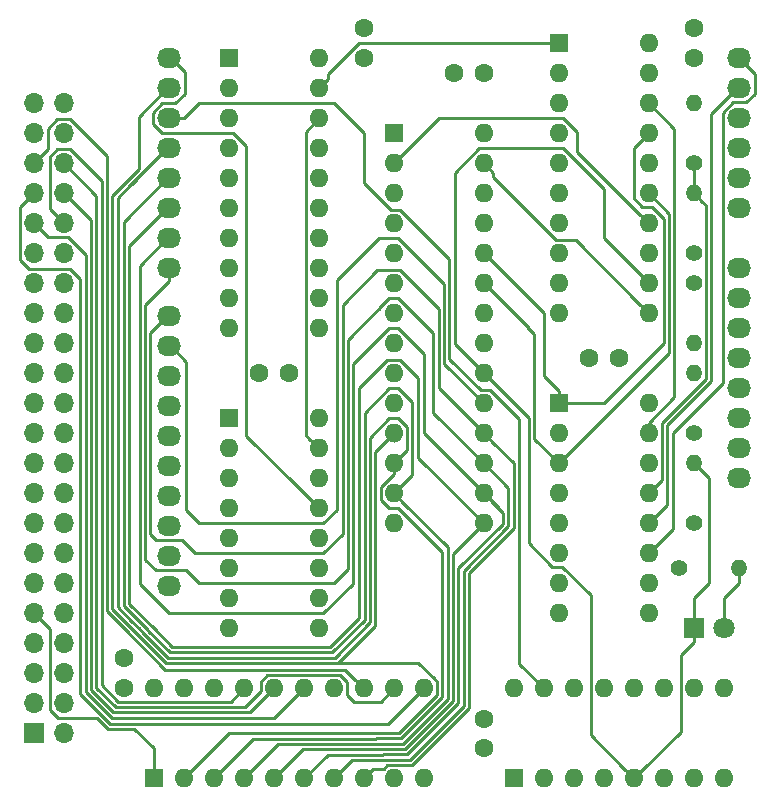
<source format=gbr>
G04 #@! TF.GenerationSoftware,KiCad,Pcbnew,(5.1.2)-2*
G04 #@! TF.CreationDate,2019-08-10T21:31:32+12:00*
G04 #@! TF.ProjectId,APEDSK-AU,41504544-534b-42d4-9155-2e6b69636164,rev?*
G04 #@! TF.SameCoordinates,Original*
G04 #@! TF.FileFunction,Copper,L1,Top*
G04 #@! TF.FilePolarity,Positive*
%FSLAX46Y46*%
G04 Gerber Fmt 4.6, Leading zero omitted, Abs format (unit mm)*
G04 Created by KiCad (PCBNEW (5.1.2)-2) date 2019-08-10 21:31:32*
%MOMM*%
%LPD*%
G04 APERTURE LIST*
%ADD10O,1.600000X1.600000*%
%ADD11R,1.600000X1.600000*%
%ADD12O,1.700000X1.700000*%
%ADD13R,1.700000X1.700000*%
%ADD14C,1.600000*%
%ADD15O,1.400000X1.400000*%
%ADD16C,1.400000*%
%ADD17O,2.032000X1.727200*%
%ADD18C,1.800000*%
%ADD19R,1.800000X1.800000*%
%ADD20C,0.250000*%
G04 APERTURE END LIST*
D10*
X152908000Y-126365000D03*
X170688000Y-133985000D03*
X155448000Y-126365000D03*
X168148000Y-133985000D03*
X157988000Y-126365000D03*
X165608000Y-133985000D03*
X160528000Y-126365000D03*
X163068000Y-133985000D03*
X163068000Y-126365000D03*
X160528000Y-133985000D03*
X165608000Y-126365000D03*
X157988000Y-133985000D03*
X168148000Y-126365000D03*
X155448000Y-133985000D03*
X170688000Y-126365000D03*
D11*
X152908000Y-133985000D03*
D12*
X114808000Y-76835000D03*
X112268000Y-76835000D03*
X114808000Y-79375000D03*
X112268000Y-79375000D03*
X114808000Y-81915000D03*
X112268000Y-81915000D03*
X114808000Y-84455000D03*
X112268000Y-84455000D03*
X114808000Y-86995000D03*
X112268000Y-86995000D03*
X114808000Y-89535000D03*
X112268000Y-89535000D03*
X114808000Y-92075000D03*
X112268000Y-92075000D03*
X114808000Y-94615000D03*
X112268000Y-94615000D03*
X114808000Y-97155000D03*
X112268000Y-97155000D03*
X114808000Y-99695000D03*
X112268000Y-99695000D03*
X114808000Y-102235000D03*
X112268000Y-102235000D03*
X114808000Y-104775000D03*
X112268000Y-104775000D03*
X114808000Y-107315000D03*
X112268000Y-107315000D03*
X114808000Y-109855000D03*
X112268000Y-109855000D03*
X114808000Y-112395000D03*
X112268000Y-112395000D03*
X114808000Y-114935000D03*
X112268000Y-114935000D03*
X114808000Y-117475000D03*
X112268000Y-117475000D03*
X114808000Y-120015000D03*
X112268000Y-120015000D03*
X114808000Y-122555000D03*
X112268000Y-122555000D03*
X114808000Y-125095000D03*
X112268000Y-125095000D03*
X114808000Y-127635000D03*
X112268000Y-127635000D03*
X114808000Y-130175000D03*
D13*
X112268000Y-130175000D03*
D10*
X122428000Y-126365000D03*
X145288000Y-133985000D03*
X124968000Y-126365000D03*
X142748000Y-133985000D03*
X127508000Y-126365000D03*
X140208000Y-133985000D03*
X130048000Y-126365000D03*
X137668000Y-133985000D03*
X132588000Y-126365000D03*
X135128000Y-133985000D03*
X135128000Y-126365000D03*
X132588000Y-133985000D03*
X137668000Y-126365000D03*
X130048000Y-133985000D03*
X140208000Y-126365000D03*
X127508000Y-133985000D03*
X142748000Y-126365000D03*
X124968000Y-133985000D03*
X145288000Y-126365000D03*
D11*
X122428000Y-133985000D03*
D14*
X119888000Y-123825000D03*
X119888000Y-126325000D03*
D15*
X168148000Y-76835000D03*
D16*
X168148000Y-81915000D03*
D10*
X136398000Y-73025000D03*
X128778000Y-95885000D03*
X136398000Y-75565000D03*
X128778000Y-93345000D03*
X136398000Y-78105000D03*
X128778000Y-90805000D03*
X136398000Y-80645000D03*
X128778000Y-88265000D03*
X136398000Y-83185000D03*
X128778000Y-85725000D03*
X136398000Y-85725000D03*
X128778000Y-83185000D03*
X136398000Y-88265000D03*
X128778000Y-80645000D03*
X136398000Y-90805000D03*
X128778000Y-78105000D03*
X136398000Y-93345000D03*
X128778000Y-75565000D03*
X136398000Y-95885000D03*
D11*
X128778000Y-73025000D03*
D10*
X136398000Y-103505000D03*
X128778000Y-121285000D03*
X136398000Y-106045000D03*
X128778000Y-118745000D03*
X136398000Y-108585000D03*
X128778000Y-116205000D03*
X136398000Y-111125000D03*
X128778000Y-113665000D03*
X136398000Y-113665000D03*
X128778000Y-111125000D03*
X136398000Y-116205000D03*
X128778000Y-108585000D03*
X136398000Y-118745000D03*
X128778000Y-106045000D03*
X136398000Y-121285000D03*
D11*
X128778000Y-103505000D03*
D17*
X123698000Y-90805000D03*
X123698000Y-88265000D03*
X123698000Y-85725000D03*
X123698000Y-83185000D03*
X123698000Y-80645000D03*
X123698000Y-78105000D03*
X123698000Y-75565000D03*
X123698000Y-73025000D03*
D10*
X150368000Y-79375000D03*
X142748000Y-112395000D03*
X150368000Y-81915000D03*
X142748000Y-109855000D03*
X150368000Y-84455000D03*
X142748000Y-107315000D03*
X150368000Y-86995000D03*
X142748000Y-104775000D03*
X150368000Y-89535000D03*
X142748000Y-102235000D03*
X150368000Y-92075000D03*
X142748000Y-99695000D03*
X150368000Y-94615000D03*
X142748000Y-97155000D03*
X150368000Y-97155000D03*
X142748000Y-94615000D03*
X150368000Y-99695000D03*
X142748000Y-92075000D03*
X150368000Y-102235000D03*
X142748000Y-89535000D03*
X150368000Y-104775000D03*
X142748000Y-86995000D03*
X150368000Y-107315000D03*
X142748000Y-84455000D03*
X150368000Y-109855000D03*
X142748000Y-81915000D03*
X150368000Y-112395000D03*
D11*
X142748000Y-79375000D03*
D10*
X164338000Y-102235000D03*
X156718000Y-120015000D03*
X164338000Y-104775000D03*
X156718000Y-117475000D03*
X164338000Y-107315000D03*
X156718000Y-114935000D03*
X164338000Y-109855000D03*
X156718000Y-112395000D03*
X164338000Y-112395000D03*
X156718000Y-109855000D03*
X164338000Y-114935000D03*
X156718000Y-107315000D03*
X164338000Y-117475000D03*
X156718000Y-104775000D03*
X164338000Y-120015000D03*
D11*
X156718000Y-102235000D03*
D10*
X164338000Y-71755000D03*
X156718000Y-94615000D03*
X164338000Y-74295000D03*
X156718000Y-92075000D03*
X164338000Y-76835000D03*
X156718000Y-89535000D03*
X164338000Y-79375000D03*
X156718000Y-86995000D03*
X164338000Y-81915000D03*
X156718000Y-84455000D03*
X164338000Y-84455000D03*
X156718000Y-81915000D03*
X164338000Y-86995000D03*
X156718000Y-79375000D03*
X164338000Y-89535000D03*
X156718000Y-76835000D03*
X164338000Y-92075000D03*
X156718000Y-74295000D03*
X164338000Y-94615000D03*
D11*
X156718000Y-71755000D03*
D15*
X171958000Y-116205000D03*
D16*
X166878000Y-116205000D03*
D15*
X168148000Y-107315000D03*
D16*
X168148000Y-112395000D03*
D15*
X168148000Y-99695000D03*
D16*
X168148000Y-104775000D03*
D15*
X168148000Y-97155000D03*
D16*
X168148000Y-92075000D03*
D15*
X168148000Y-84455000D03*
D16*
X168148000Y-89535000D03*
D18*
X170688000Y-121285000D03*
D19*
X168148000Y-121285000D03*
D14*
X150368000Y-128945000D03*
X150368000Y-131445000D03*
X161798000Y-98425000D03*
X159298000Y-98425000D03*
X168148000Y-70485000D03*
X168148000Y-72985000D03*
X147868000Y-74295000D03*
X150368000Y-74295000D03*
X140208000Y-70485000D03*
X140208000Y-72985000D03*
X131358000Y-99695000D03*
X133858000Y-99695000D03*
D17*
X171958000Y-108585000D03*
X171958000Y-106045000D03*
X171958000Y-103505000D03*
X171958000Y-100965000D03*
X171958000Y-98425000D03*
X171958000Y-95885000D03*
X171958000Y-93345000D03*
X171958000Y-90805000D03*
X171958000Y-85725000D03*
X171958000Y-83185000D03*
X171958000Y-80645000D03*
X171958000Y-78105000D03*
X171958000Y-75565000D03*
X171958000Y-73025000D03*
X123698000Y-117729000D03*
X123698000Y-115189000D03*
X123698000Y-112649000D03*
X123698000Y-110109000D03*
X123698000Y-107569000D03*
X123698000Y-105029000D03*
X123698000Y-102489000D03*
X123698000Y-99949000D03*
X123698000Y-97409000D03*
X123698000Y-94869000D03*
D20*
X171958000Y-116205000D02*
X171958000Y-117475000D01*
X171958000Y-117475000D02*
X170688000Y-118745000D01*
X170688000Y-118745000D02*
X170688000Y-121285000D01*
X141622999Y-127490001D02*
X139378001Y-127490001D01*
X130137992Y-127940010D02*
X119201598Y-127940010D01*
X117557912Y-126296324D02*
X117557912Y-84664912D01*
X139378001Y-127490001D02*
X138793001Y-126905001D01*
X119201598Y-127940010D02*
X117557912Y-126296324D01*
X138793001Y-126905001D02*
X138793001Y-125824999D01*
X142748000Y-126365000D02*
X141622999Y-127490001D01*
X138793001Y-125824999D02*
X138208001Y-125239999D01*
X138208001Y-125239999D02*
X132047999Y-125239999D01*
X132047999Y-125239999D02*
X131462999Y-125824999D01*
X131462999Y-125824999D02*
X131462999Y-126615003D01*
X131462999Y-126615003D02*
X130137992Y-127940010D01*
X117557912Y-84664912D02*
X114808000Y-81915000D01*
X118457936Y-119857756D02*
X119886590Y-121286410D01*
X118457934Y-81285932D02*
X118457934Y-119857754D01*
X118457934Y-81285932D02*
X115372001Y-78199999D01*
X115372001Y-78199999D02*
X114243999Y-78199999D01*
X114243999Y-78199999D02*
X113443001Y-79000997D01*
X113443001Y-79000997D02*
X113443001Y-80739999D01*
X118457934Y-119857754D02*
X119886590Y-121286410D01*
X113443001Y-80739999D02*
X112268000Y-81915000D01*
X123387345Y-124789988D02*
X138632988Y-124789988D01*
X119886590Y-121286410D02*
X119886590Y-121289233D01*
X139408001Y-125565001D02*
X140208000Y-126365000D01*
X119886590Y-121289233D02*
X123387345Y-124789988D01*
X138632988Y-124789988D02*
X139408001Y-125565001D01*
X117107901Y-126482724D02*
X117107901Y-86754901D01*
X117107901Y-86754901D02*
X114808000Y-84455000D01*
X132588000Y-126365000D02*
X130562977Y-128390023D01*
X130562977Y-128390023D02*
X119015200Y-128390023D01*
X119015200Y-128390023D02*
X117107901Y-126482724D01*
X111092999Y-85630001D02*
X111092999Y-90099001D01*
X111092999Y-90099001D02*
X111893997Y-90899999D01*
X115372001Y-90899999D02*
X116207879Y-91735877D01*
X111893997Y-90899999D02*
X115372001Y-90899999D01*
X116207879Y-91735877D02*
X116207879Y-126855527D01*
X112268000Y-84455000D02*
X111092999Y-85630001D01*
X118707363Y-129355011D02*
X142297989Y-129355011D01*
X142297989Y-129355011D02*
X144488001Y-127164999D01*
X144488001Y-127164999D02*
X145288000Y-126365000D01*
X116207879Y-126855527D02*
X118707363Y-129355011D01*
X118007923Y-83375921D02*
X115372001Y-80739999D01*
X118007923Y-126109924D02*
X118007923Y-83375921D01*
X119388000Y-127490001D02*
X118007923Y-126109924D01*
X130048000Y-126365000D02*
X128922999Y-127490001D01*
X115372001Y-80739999D02*
X114243999Y-80739999D01*
X113632999Y-81350999D02*
X113632999Y-85819999D01*
X128922999Y-127490001D02*
X119388000Y-127490001D01*
X114243999Y-80739999D02*
X113632999Y-81350999D01*
X113632999Y-85819999D02*
X113958001Y-86145001D01*
X113958001Y-86145001D02*
X114808000Y-86995000D01*
X133118044Y-128374956D02*
X134328001Y-127164999D01*
X134328001Y-127164999D02*
X135128000Y-126365000D01*
X115182003Y-88170001D02*
X116657890Y-89645888D01*
X112268000Y-86995000D02*
X113443001Y-88170001D01*
X132588000Y-128905000D02*
X134328001Y-127164999D01*
X116657890Y-89645888D02*
X116657890Y-126669127D01*
X113443001Y-88170001D02*
X115182003Y-88170001D01*
X116657890Y-126669127D02*
X118893763Y-128905000D01*
X118893763Y-128905000D02*
X132588000Y-128905000D01*
X113632999Y-128199001D02*
X114338998Y-128905000D01*
X112268000Y-120015000D02*
X113632999Y-121379999D01*
X113632999Y-121379999D02*
X113632999Y-128199001D01*
X118520963Y-129805021D02*
X120788021Y-129805021D01*
X114338998Y-128905000D02*
X117620942Y-128905000D01*
X117620942Y-128905000D02*
X118520963Y-129805021D01*
X122428000Y-131445000D02*
X122428000Y-133985000D01*
X120788021Y-129805021D02*
X122428000Y-131445000D01*
X169623012Y-77747588D02*
X169623012Y-85930012D01*
X171805600Y-75565000D02*
X169623012Y-77747588D01*
X171958000Y-75565000D02*
X171805600Y-75565000D01*
X169623012Y-85930012D02*
X169623012Y-85367588D01*
X164338000Y-112395000D02*
X165913012Y-110819988D01*
X165913012Y-110819988D02*
X165913012Y-104083401D01*
X165913012Y-104083401D02*
X169623012Y-100373401D01*
X169623012Y-100373401D02*
X169623012Y-85930012D01*
X166363023Y-112909977D02*
X166363023Y-104726629D01*
X173299010Y-76057338D02*
X173299010Y-74366010D01*
X170616990Y-77612662D02*
X171476042Y-76753610D01*
X171476042Y-76753610D02*
X172602738Y-76753610D01*
X170616990Y-100472662D02*
X170616990Y-77612662D01*
X172602738Y-76753610D02*
X173299010Y-76057338D01*
X173299010Y-74366010D02*
X172276205Y-73343205D01*
X166363023Y-104726629D02*
X170616990Y-100472662D01*
X164338000Y-114935000D02*
X166363023Y-112909977D01*
X171805600Y-83185000D02*
X171958000Y-83185000D01*
X137197999Y-74765001D02*
X136398000Y-75565000D01*
X137197999Y-74329999D02*
X137197999Y-74765001D01*
X139772998Y-71755000D02*
X137197999Y-74329999D01*
X156718000Y-71755000D02*
X139772998Y-71755000D01*
X156467997Y-88409999D02*
X158132999Y-88409999D01*
X158132999Y-88409999D02*
X163538001Y-93815001D01*
X163538001Y-93815001D02*
X164338000Y-94615000D01*
X172110400Y-80645000D02*
X171958000Y-80645000D01*
X151167999Y-83110001D02*
X156467997Y-88409999D01*
X151167999Y-82714999D02*
X151167999Y-83110001D01*
X150368000Y-81915000D02*
X151167999Y-82714999D01*
X135128000Y-112395000D02*
X136398000Y-112395000D01*
X136793002Y-112395000D02*
X135128000Y-112395000D01*
X137957948Y-111230054D02*
X136793002Y-112395000D01*
X137957950Y-103182097D02*
X137957948Y-111230054D01*
X150368000Y-102235000D02*
X147008011Y-98875011D01*
X147008011Y-98875011D02*
X147008011Y-92130009D01*
X147008011Y-92130009D02*
X143143002Y-88265000D01*
X143143002Y-88265000D02*
X141478000Y-88265000D01*
X141478000Y-88265000D02*
X137957950Y-91785050D01*
X137957950Y-91785050D02*
X137957950Y-103182097D01*
X123850400Y-97409000D02*
X125140610Y-98699210D01*
X125140610Y-98699210D02*
X125140610Y-111297610D01*
X123698000Y-97409000D02*
X123850400Y-97409000D01*
X125140610Y-111297610D02*
X126238000Y-112395000D01*
X126238000Y-112395000D02*
X135128000Y-112395000D01*
X149114746Y-128021723D02*
X149114746Y-116586074D01*
X143873001Y-132859999D02*
X143873005Y-132859995D01*
X144276475Y-132859994D02*
X149114746Y-128021723D01*
X141882997Y-133185001D02*
X142207999Y-132859999D01*
X149114746Y-116586074D02*
X152908000Y-112792822D01*
X151167999Y-105574999D02*
X150368000Y-104775000D01*
X152908000Y-107315000D02*
X151167999Y-105574999D01*
X141007999Y-133185001D02*
X141882997Y-133185001D01*
X142207999Y-132859999D02*
X143873001Y-132859999D01*
X143873005Y-132859995D02*
X144276475Y-132859994D01*
X140208000Y-133985000D02*
X141007999Y-133185001D01*
X152908000Y-112792822D02*
X152908000Y-107315000D01*
X138407961Y-93875039D02*
X138407958Y-96653629D01*
X136793002Y-114935000D02*
X125892780Y-114935000D01*
X146558000Y-94219998D02*
X143288001Y-90949999D01*
X150368000Y-104775000D02*
X146558000Y-100965000D01*
X123545600Y-94869000D02*
X123698000Y-94869000D01*
X146558000Y-100965000D02*
X146558000Y-94219998D01*
X143288001Y-90949999D02*
X141333001Y-90949999D01*
X141333001Y-90949999D02*
X138407961Y-93875039D01*
X138407958Y-96653629D02*
X138407958Y-113320044D01*
X138407958Y-113320044D02*
X136793002Y-114935000D01*
X125892780Y-114935000D02*
X124795390Y-113837610D01*
X124795390Y-113837610D02*
X122648665Y-113837610D01*
X122648665Y-113837610D02*
X122138053Y-113326998D01*
X122138053Y-113326998D02*
X122138053Y-96276547D01*
X122138053Y-96276547D02*
X123545600Y-94869000D01*
X141478000Y-94219998D02*
X141915499Y-93782499D01*
X139227945Y-132425055D02*
X137668000Y-133985000D01*
X142006529Y-132425055D02*
X139227945Y-132425055D01*
X142021599Y-132409985D02*
X142006529Y-132425055D01*
X144090074Y-132409985D02*
X142021599Y-132409985D01*
X148664732Y-127835328D02*
X144090074Y-132409985D01*
X148664735Y-127201735D02*
X148664732Y-127835328D01*
X152457989Y-112606422D02*
X148664735Y-116399674D01*
X148664735Y-116399674D02*
X148664735Y-127201735D01*
X152457989Y-109404989D02*
X152457989Y-112606422D01*
X150368000Y-107315000D02*
X152457989Y-109404989D01*
X142352998Y-93345000D02*
X141915499Y-93782499D01*
X143143002Y-93345000D02*
X142352998Y-93345000D01*
X146107989Y-96309987D02*
X143143002Y-93345000D01*
X146107989Y-103054989D02*
X146107989Y-96309987D01*
X150368000Y-107315000D02*
X146107989Y-103054989D01*
X122600610Y-116377610D02*
X125140610Y-116377610D01*
X125140610Y-116377610D02*
X126238000Y-117475000D01*
X123698000Y-91918600D02*
X121688042Y-93928558D01*
X123698000Y-90805000D02*
X123698000Y-91918600D01*
X121688042Y-93928558D02*
X121688042Y-115465042D01*
X138857969Y-96840029D02*
X141915499Y-93782499D01*
X137668000Y-117475000D02*
X138857969Y-116285031D01*
X138857969Y-116285031D02*
X138857969Y-96840029D01*
X121688042Y-115465042D02*
X122600610Y-116377610D01*
X126238000Y-117475000D02*
X137668000Y-117475000D01*
X150368000Y-109855000D02*
X151638000Y-111125000D01*
X152007978Y-112420022D02*
X152007978Y-111494978D01*
X151167999Y-110654999D02*
X150368000Y-109855000D01*
X152007978Y-111494978D02*
X151167999Y-110654999D01*
X148214724Y-116213274D02*
X152007978Y-112420022D01*
X148214724Y-127648927D02*
X148214724Y-116213274D01*
X143903674Y-131959977D02*
X148214724Y-127648927D01*
X141835199Y-131959977D02*
X143903674Y-131959977D01*
X137137956Y-131975044D02*
X141820132Y-131975044D01*
X135128000Y-133985000D02*
X137137956Y-131975044D01*
X141820132Y-131975044D02*
X141835199Y-131959977D01*
X139307980Y-117500022D02*
X136793002Y-120015000D01*
X142352998Y-95885000D02*
X139307980Y-98930018D01*
X121238031Y-90572569D02*
X123545600Y-88265000D01*
X123698000Y-120015000D02*
X121238031Y-117555031D01*
X150368000Y-109855000D02*
X145288000Y-104775000D01*
X145288000Y-98029998D02*
X143143002Y-95885000D01*
X139307980Y-98930018D02*
X139307980Y-117500022D01*
X123545600Y-88265000D02*
X123698000Y-88265000D01*
X136793002Y-120015000D02*
X123698000Y-120015000D01*
X121238031Y-117555031D02*
X121238031Y-90572569D01*
X145288000Y-104775000D02*
X145288000Y-98029998D01*
X143143002Y-95885000D02*
X142352998Y-95885000D01*
X141648799Y-131509966D02*
X141633732Y-131525033D01*
X150368000Y-112395000D02*
X147764713Y-114998287D01*
X141633732Y-131525033D02*
X135047967Y-131525033D01*
X135047967Y-131525033D02*
X133387999Y-133185001D01*
X133387999Y-133185001D02*
X132588000Y-133985000D01*
X143717274Y-131509966D02*
X141648799Y-131509966D01*
X147764713Y-127462527D02*
X143717274Y-131509966D01*
X147764713Y-114998287D02*
X147764713Y-127462527D01*
X136703012Y-122860012D02*
X137360168Y-122860012D01*
X137360169Y-122860012D02*
X139822955Y-120397226D01*
X136703012Y-122860012D02*
X137360169Y-122860012D01*
X139822955Y-102858632D02*
X139838020Y-102843567D01*
X139822955Y-120397226D02*
X139822955Y-102858632D01*
X139822955Y-100955043D02*
X139822955Y-102858632D01*
X142207999Y-98569999D02*
X139822955Y-100955043D01*
X143288001Y-98569999D02*
X142207999Y-98569999D01*
X144837989Y-100119987D02*
X143288001Y-98569999D01*
X150368000Y-112395000D02*
X144837989Y-106864989D01*
X144837989Y-106864989D02*
X144837989Y-100119987D01*
X123698000Y-85725000D02*
X123545600Y-85725000D01*
X120338010Y-88932590D02*
X121081800Y-88188800D01*
X120338010Y-119192177D02*
X120338010Y-88932590D01*
X123545600Y-85725000D02*
X121081800Y-88188800D01*
X136703012Y-122860012D02*
X124003012Y-122860012D01*
X124003012Y-122860012D02*
X122428001Y-121285001D01*
X122428001Y-121285001D02*
X122428000Y-121282167D01*
X121081800Y-88188800D02*
X120788020Y-88482580D01*
X122428000Y-121282167D02*
X120338010Y-119192177D01*
X141447332Y-131075022D02*
X141462399Y-131059955D01*
X143530874Y-131059955D02*
X147314702Y-127276127D01*
X147314702Y-127276127D02*
X147314702Y-114421702D01*
X141462399Y-131059955D02*
X143530874Y-131059955D01*
X147314702Y-114421702D02*
X143547999Y-110654999D01*
X143547999Y-110654999D02*
X142748000Y-109855000D01*
X132957978Y-131075022D02*
X141447332Y-131075022D01*
X130048000Y-133985000D02*
X132957978Y-131075022D01*
X142748000Y-109855000D02*
X144323012Y-108279988D01*
X119888000Y-86842600D02*
X123545600Y-83185000D01*
X144323012Y-108279988D02*
X144323012Y-102145010D01*
X144323012Y-102145010D02*
X143143002Y-100965000D01*
X143143002Y-100965000D02*
X142352998Y-100965000D01*
X140272966Y-120583626D02*
X137546569Y-123310023D01*
X137546569Y-123310023D02*
X123816612Y-123310023D01*
X123816612Y-123310023D02*
X121977991Y-121471401D01*
X121977991Y-121471401D02*
X121977991Y-121468568D01*
X121977991Y-121468568D02*
X119888000Y-119378577D01*
X119888000Y-119378577D02*
X119888000Y-86842600D01*
X140272966Y-103045032D02*
X140272966Y-120583626D01*
X142352998Y-100965000D02*
X140272966Y-103045032D01*
X123545600Y-83185000D02*
X123698000Y-83185000D01*
X146863010Y-125638600D02*
X146863009Y-127091409D01*
X130867989Y-130625011D02*
X128307999Y-133185001D01*
X128307999Y-133185001D02*
X127508000Y-133985000D01*
X141260932Y-130625011D02*
X130867989Y-130625011D01*
X141275999Y-130609944D02*
X141260932Y-130625011D01*
X143344474Y-130609944D02*
X141275999Y-130609944D01*
X146863009Y-127091409D02*
X143344474Y-130609944D01*
X120556946Y-83633654D02*
X123545600Y-80645000D01*
X123545600Y-80645000D02*
X123698000Y-80645000D01*
X141622999Y-110395001D02*
X142352998Y-111125000D01*
X142748000Y-107315000D02*
X142748000Y-108189998D01*
X142352998Y-111125000D02*
X143143002Y-111125000D01*
X143143002Y-111125000D02*
X146863009Y-114845007D01*
X141622999Y-109314999D02*
X141622999Y-110395001D01*
X142748000Y-108189998D02*
X141622999Y-109314999D01*
X146863009Y-114845007D02*
X146863009Y-127091409D01*
X119357955Y-102765045D02*
X119357958Y-102765042D01*
X119357958Y-84832642D02*
X120446800Y-83743800D01*
X120446800Y-83743800D02*
X123545600Y-80645000D01*
X120523002Y-120649998D02*
X119357958Y-119484954D01*
X119357956Y-84832644D02*
X119357956Y-119484952D01*
X119357956Y-84832644D02*
X120446800Y-83743800D01*
X119357956Y-119484952D02*
X120523002Y-120649998D01*
X143873001Y-104234999D02*
X143143002Y-103505000D01*
X142352998Y-103505000D02*
X140722980Y-105135018D01*
X140722980Y-120770020D02*
X137732966Y-123760034D01*
X143143002Y-103505000D02*
X142352998Y-103505000D01*
X121158002Y-121284998D02*
X120523002Y-120649998D01*
X143873001Y-106189999D02*
X143873001Y-104234999D01*
X121527980Y-121654976D02*
X121158002Y-121284998D01*
X121527980Y-121657801D02*
X121527980Y-121654976D01*
X137732966Y-123760034D02*
X123630212Y-123760034D01*
X123630212Y-123760034D02*
X121527980Y-121657801D01*
X142748000Y-107315000D02*
X143873001Y-106189999D01*
X140722980Y-105135018D02*
X140722980Y-120770020D01*
X126234000Y-76835000D02*
X137668000Y-76835000D01*
X140208000Y-79375000D02*
X140208000Y-83580002D01*
X137668000Y-76835000D02*
X140208000Y-79375000D01*
X124964000Y-78105000D02*
X126234000Y-76835000D01*
X140208000Y-83580002D02*
X142497997Y-85869999D01*
X142497997Y-85869999D02*
X143288001Y-85869999D01*
X123698000Y-78105000D02*
X124964000Y-78105000D01*
X147458022Y-90040020D02*
X146755501Y-89337499D01*
X147458022Y-98450024D02*
X147458022Y-90040020D01*
X150117997Y-101109999D02*
X147458022Y-98450024D01*
X143288001Y-85869999D02*
X146755501Y-89337499D01*
X155448000Y-126365000D02*
X153358008Y-124275008D01*
X153358008Y-124275008D02*
X153358008Y-103560006D01*
X146755501Y-89337499D02*
X147377989Y-89959987D01*
X153358008Y-103560006D02*
X150908001Y-101109999D01*
X150908001Y-101109999D02*
X150117997Y-101109999D01*
X142748000Y-105417053D02*
X142748000Y-104775000D01*
X140658011Y-121605079D02*
X138053045Y-124210045D01*
X128697967Y-130255033D02*
X124968000Y-133985000D01*
X144798047Y-124210045D02*
X146120501Y-125532499D01*
X138053045Y-124210045D02*
X144798047Y-124210045D01*
X146120501Y-125532499D02*
X145828001Y-125239999D01*
X125767999Y-133185001D02*
X124968000Y-133985000D01*
X128778000Y-130175000D02*
X125767999Y-133185001D01*
X141074532Y-130175000D02*
X128778000Y-130175000D01*
X143158075Y-130159933D02*
X141089599Y-130159933D01*
X146413001Y-125824999D02*
X146413001Y-126905007D01*
X146120501Y-125532499D02*
X146413001Y-125824999D01*
X146413001Y-126905007D02*
X143158075Y-130159933D01*
X141089599Y-130159933D02*
X141074532Y-130175000D01*
X141172991Y-121090099D02*
X138053045Y-124210045D01*
X141172991Y-106350009D02*
X141172991Y-121090099D01*
X142748000Y-104775000D02*
X141172991Y-106350009D01*
X118907945Y-119671355D02*
X120072991Y-120836401D01*
X118907946Y-84646244D02*
X118907945Y-94325055D01*
X118907945Y-94325055D02*
X118907945Y-119671355D01*
X121158000Y-82396190D02*
X118907946Y-84646244D01*
X123545600Y-75565000D02*
X121158000Y-77952600D01*
X123698000Y-75565000D02*
X123545600Y-75565000D01*
X121158000Y-77952600D02*
X121158000Y-82396190D01*
X121077969Y-121841380D02*
X121077969Y-121844201D01*
X121077969Y-121844201D02*
X123443813Y-124210045D01*
X123443813Y-124210045D02*
X138053045Y-124210045D01*
X118907945Y-119671355D02*
X121077969Y-121841380D01*
X133858000Y-108585000D02*
X136398000Y-111125000D01*
X168148000Y-84455000D02*
X168148000Y-81915000D01*
X164338000Y-109855000D02*
X165463001Y-108729999D01*
X165463001Y-108729999D02*
X165463001Y-103897001D01*
X168847999Y-85154999D02*
X168148000Y-84455000D01*
X169173001Y-85480001D02*
X168847999Y-85154999D01*
X169173001Y-100187001D02*
X169173001Y-85480001D01*
X165463001Y-103897001D02*
X169173001Y-100187001D01*
X130232999Y-104959999D02*
X136398000Y-111125000D01*
X123134652Y-79375000D02*
X129173002Y-79375000D01*
X122356990Y-78597338D02*
X123134652Y-79375000D01*
X122356990Y-77612662D02*
X122356990Y-78597338D01*
X123698000Y-73025000D02*
X123850400Y-73025000D01*
X125039010Y-74213610D02*
X125039010Y-76057338D01*
X123850400Y-73025000D02*
X125039010Y-74213610D01*
X125039010Y-76057338D02*
X124261348Y-76835000D01*
X130232999Y-80434997D02*
X130232999Y-104959999D01*
X129173002Y-79375000D02*
X130232999Y-80434997D01*
X124261348Y-76835000D02*
X123134652Y-76835000D01*
X123134652Y-76835000D02*
X122356990Y-77612662D01*
X135598001Y-105245001D02*
X136398000Y-106045000D01*
X135272999Y-104919999D02*
X135598001Y-105245001D01*
X135272999Y-79230001D02*
X135272999Y-104919999D01*
X136398000Y-78105000D02*
X135272999Y-79230001D01*
X146558000Y-78105000D02*
X157113002Y-78105000D01*
X142748000Y-81915000D02*
X146558000Y-78105000D01*
X163538001Y-86195001D02*
X164338000Y-86995000D01*
X158293012Y-80950012D02*
X163538001Y-86195001D01*
X158293012Y-79285010D02*
X158293012Y-80950012D01*
X157113002Y-78105000D02*
X158293012Y-79285010D01*
X164338000Y-103900002D02*
X164338000Y-104775000D01*
X166508022Y-101729980D02*
X164338000Y-103900002D01*
X166508022Y-79005022D02*
X166508022Y-101729980D01*
X164338000Y-76835000D02*
X166508022Y-79005022D01*
X156718000Y-101185000D02*
X156718000Y-102235000D01*
X155448000Y-99915000D02*
X156718000Y-101185000D01*
X155448000Y-94615000D02*
X155448000Y-99915000D01*
X150368000Y-89535000D02*
X155448000Y-94615000D01*
X163068000Y-80645000D02*
X164338000Y-79375000D01*
X156718000Y-102235000D02*
X160528000Y-102235000D01*
X160528000Y-102235000D02*
X165608000Y-97155000D01*
X165608000Y-97155000D02*
X165608000Y-86599998D01*
X165608000Y-86599998D02*
X164588003Y-85580001D01*
X163068000Y-84850002D02*
X163068000Y-80645000D01*
X164588003Y-85580001D02*
X163797999Y-85580001D01*
X163797999Y-85580001D02*
X163068000Y-84850002D01*
X166058011Y-97974989D02*
X156718000Y-107315000D01*
X166058011Y-86175011D02*
X164338000Y-84455000D01*
X166058011Y-97974989D02*
X166058011Y-86175011D01*
X150368000Y-92075000D02*
X154178000Y-95885000D01*
X154628011Y-105225011D02*
X154628011Y-96335011D01*
X156718000Y-107315000D02*
X154628011Y-105225011D01*
X154628011Y-96335011D02*
X150368000Y-92075000D01*
X168148000Y-107315000D02*
X169418000Y-108585000D01*
X168148000Y-118745000D02*
X168148000Y-121285000D01*
X169418000Y-117475000D02*
X168148000Y-118745000D01*
X169418000Y-108585000D02*
X169418000Y-117475000D01*
X163867999Y-133185001D02*
X163068000Y-133985000D01*
X167022999Y-130030001D02*
X163867999Y-133185001D01*
X167022999Y-123560001D02*
X167022999Y-130030001D01*
X168148000Y-122435000D02*
X167022999Y-123560001D01*
X168148000Y-121285000D02*
X168148000Y-122435000D01*
X162268001Y-133185001D02*
X163068000Y-133985000D01*
X159402999Y-130319999D02*
X162268001Y-133185001D01*
X159402999Y-118494997D02*
X159402999Y-130319999D01*
X156968003Y-116060001D02*
X159402999Y-118494997D01*
X156177999Y-116060001D02*
X156968003Y-116060001D01*
X154178000Y-114060002D02*
X156177999Y-116060001D01*
X154178000Y-103505000D02*
X154178000Y-114060002D01*
X150368000Y-99695000D02*
X154178000Y-103505000D01*
X160528000Y-88265000D02*
X164338000Y-92075000D01*
X150368000Y-99695000D02*
X147908033Y-97235033D01*
X147908033Y-82709965D02*
X149972998Y-80645000D01*
X149972998Y-80645000D02*
X157113002Y-80645000D01*
X147908033Y-97235033D02*
X147908033Y-82709965D01*
X157113002Y-80645000D02*
X160528000Y-84059998D01*
X160528000Y-84059998D02*
X160528000Y-88265000D01*
M02*

</source>
